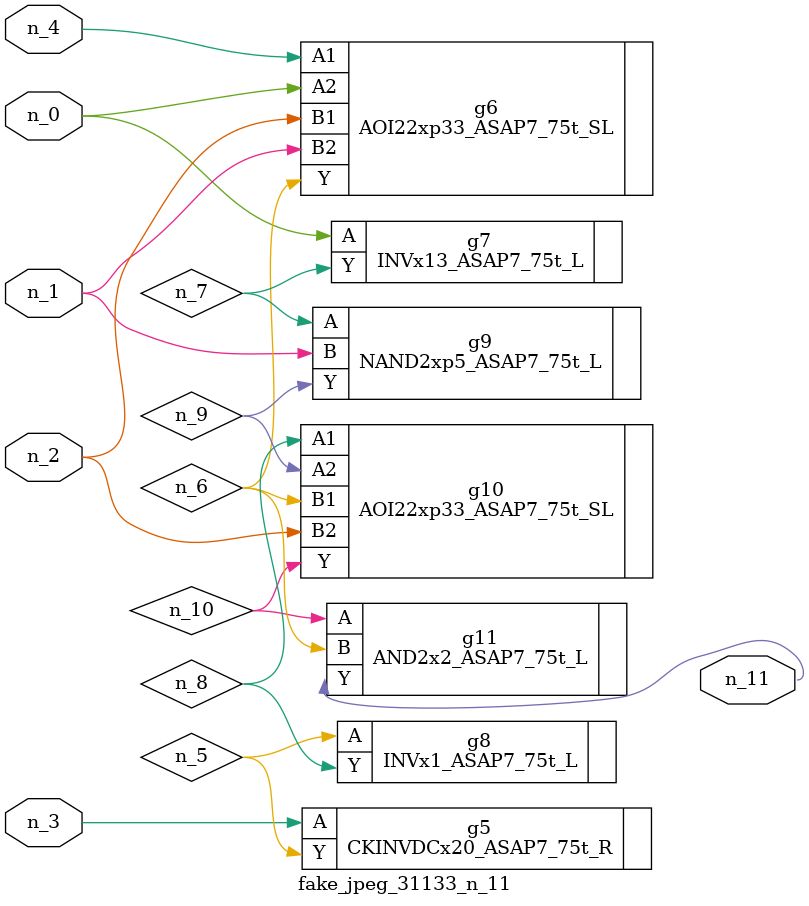
<source format=v>
module fake_jpeg_31133_n_11 (n_3, n_2, n_1, n_0, n_4, n_11);

input n_3;
input n_2;
input n_1;
input n_0;
input n_4;

output n_11;

wire n_10;
wire n_8;
wire n_9;
wire n_6;
wire n_5;
wire n_7;

CKINVDCx20_ASAP7_75t_R g5 ( 
.A(n_3),
.Y(n_5)
);

AOI22xp33_ASAP7_75t_SL g6 ( 
.A1(n_4),
.A2(n_0),
.B1(n_2),
.B2(n_1),
.Y(n_6)
);

INVx13_ASAP7_75t_L g7 ( 
.A(n_0),
.Y(n_7)
);

INVx1_ASAP7_75t_L g8 ( 
.A(n_5),
.Y(n_8)
);

AOI22xp33_ASAP7_75t_SL g10 ( 
.A1(n_8),
.A2(n_9),
.B1(n_6),
.B2(n_2),
.Y(n_10)
);

NAND2xp5_ASAP7_75t_L g9 ( 
.A(n_7),
.B(n_1),
.Y(n_9)
);

AND2x2_ASAP7_75t_L g11 ( 
.A(n_10),
.B(n_6),
.Y(n_11)
);


endmodule
</source>
